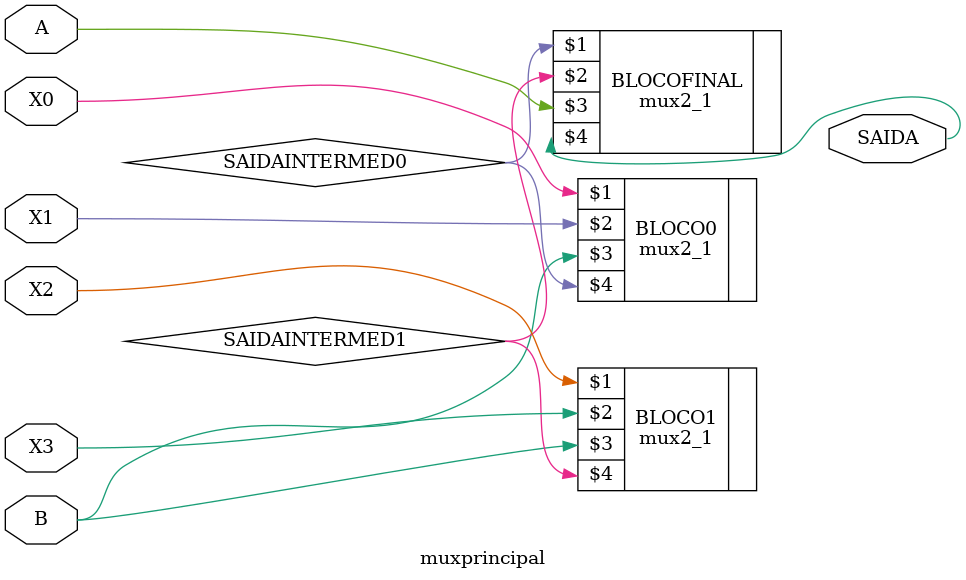
<source format=v>
/*

Arthur Bracarense e Gustavo de Assis - Projeto MUX com Test Bench

Chaves Seletoras: A e B

Clock do MUX 2:1 feito pelo modulo testebench2canais

*/

module muxprincipal (X0,X1,X2,X3,A,B,SAIDA);
	input X0,X1,X2,X3; // Entrada de dados 
	input A,B; // Entradas de seleção
		output SAIDA; // Saida de dados
			wire SAIDAINTERMED0, SAIDAINTERMED1;
	// Chamando os primeiros blocos do multiplexador
	mux2_1 BLOCO0 (X0,X1,B,SAIDAINTERMED0);
	mux2_1 BLOCO1 (X2,X3,B,SAIDAINTERMED1);
	// Chamando o último bloco do multiplexador
	mux2_1 BLOCOFINAL (SAIDAINTERMED0, SAIDAINTERMED1, A, SAIDA);
endmodule

</source>
